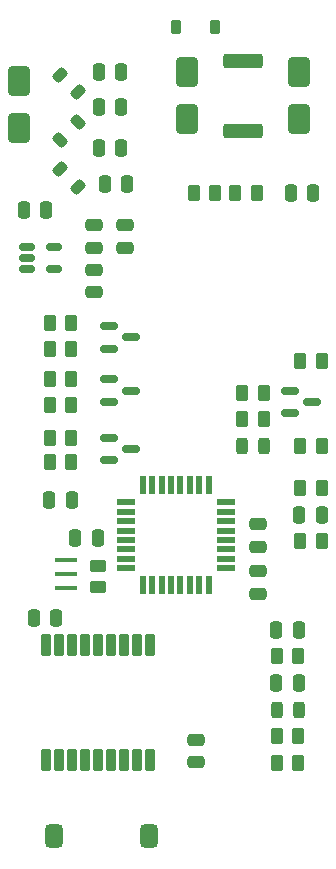
<source format=gbr>
%TF.GenerationSoftware,KiCad,Pcbnew,8.0.8*%
%TF.CreationDate,2025-01-26T19:35:19-06:00*%
%TF.ProjectId,ptSolar,7074536f-6c61-4722-9e6b-696361645f70,rev?*%
%TF.SameCoordinates,Original*%
%TF.FileFunction,Paste,Top*%
%TF.FilePolarity,Positive*%
%FSLAX46Y46*%
G04 Gerber Fmt 4.6, Leading zero omitted, Abs format (unit mm)*
G04 Created by KiCad (PCBNEW 8.0.8) date 2025-01-26 19:35:19*
%MOMM*%
%LPD*%
G01*
G04 APERTURE LIST*
G04 Aperture macros list*
%AMRoundRect*
0 Rectangle with rounded corners*
0 $1 Rounding radius*
0 $2 $3 $4 $5 $6 $7 $8 $9 X,Y pos of 4 corners*
0 Add a 4 corners polygon primitive as box body*
4,1,4,$2,$3,$4,$5,$6,$7,$8,$9,$2,$3,0*
0 Add four circle primitives for the rounded corners*
1,1,$1+$1,$2,$3*
1,1,$1+$1,$4,$5*
1,1,$1+$1,$6,$7*
1,1,$1+$1,$8,$9*
0 Add four rect primitives between the rounded corners*
20,1,$1+$1,$2,$3,$4,$5,0*
20,1,$1+$1,$4,$5,$6,$7,0*
20,1,$1+$1,$6,$7,$8,$9,0*
20,1,$1+$1,$8,$9,$2,$3,0*%
G04 Aperture macros list end*
%ADD10RoundRect,0.250000X-0.262500X-0.450000X0.262500X-0.450000X0.262500X0.450000X-0.262500X0.450000X0*%
%ADD11RoundRect,0.080000X0.320000X-0.820000X0.320000X0.820000X-0.320000X0.820000X-0.320000X-0.820000X0*%
%ADD12RoundRect,0.375000X0.375000X0.625000X-0.375000X0.625000X-0.375000X-0.625000X0.375000X-0.625000X0*%
%ADD13RoundRect,0.250000X0.262500X0.450000X-0.262500X0.450000X-0.262500X-0.450000X0.262500X-0.450000X0*%
%ADD14RoundRect,0.250000X0.475000X-0.250000X0.475000X0.250000X-0.475000X0.250000X-0.475000X-0.250000X0*%
%ADD15RoundRect,0.243750X-0.243750X-0.456250X0.243750X-0.456250X0.243750X0.456250X-0.243750X0.456250X0*%
%ADD16RoundRect,0.250000X-1.425000X0.362500X-1.425000X-0.362500X1.425000X-0.362500X1.425000X0.362500X0*%
%ADD17RoundRect,0.250000X0.250000X0.475000X-0.250000X0.475000X-0.250000X-0.475000X0.250000X-0.475000X0*%
%ADD18RoundRect,0.250000X-0.250000X-0.475000X0.250000X-0.475000X0.250000X0.475000X-0.250000X0.475000X0*%
%ADD19RoundRect,0.150000X-0.587500X-0.150000X0.587500X-0.150000X0.587500X0.150000X-0.587500X0.150000X0*%
%ADD20RoundRect,0.150000X-0.512500X-0.150000X0.512500X-0.150000X0.512500X0.150000X-0.512500X0.150000X0*%
%ADD21RoundRect,0.250000X-0.475000X0.250000X-0.475000X-0.250000X0.475000X-0.250000X0.475000X0.250000X0*%
%ADD22RoundRect,0.225000X0.225000X0.375000X-0.225000X0.375000X-0.225000X-0.375000X0.225000X-0.375000X0*%
%ADD23RoundRect,0.218750X0.114905X-0.424264X0.424264X-0.114905X-0.114905X0.424264X-0.424264X0.114905X0*%
%ADD24RoundRect,0.250000X-0.450000X0.262500X-0.450000X-0.262500X0.450000X-0.262500X0.450000X0.262500X0*%
%ADD25RoundRect,0.250000X0.650000X-1.000000X0.650000X1.000000X-0.650000X1.000000X-0.650000X-1.000000X0*%
%ADD26RoundRect,0.218750X0.424264X0.114905X0.114905X0.424264X-0.424264X-0.114905X-0.114905X-0.424264X0*%
%ADD27R,1.900000X0.400000*%
%ADD28R,1.600000X0.550000*%
%ADD29R,0.550000X1.600000*%
G04 APERTURE END LIST*
D10*
%TO.C,R13*%
X158087500Y-85000000D03*
X159912500Y-85000000D03*
%TD*%
%TO.C,R12*%
X154587500Y-85000000D03*
X156412500Y-85000000D03*
%TD*%
D11*
%TO.C,U1*%
X150850000Y-123300000D03*
X149750000Y-123300000D03*
X148650000Y-123300000D03*
X147550000Y-123300000D03*
X146450000Y-123300000D03*
X145350000Y-123300000D03*
X144250000Y-123300000D03*
X143150000Y-123300000D03*
X142050000Y-123300000D03*
X142050000Y-133000000D03*
X143150000Y-133000000D03*
X144250000Y-133000000D03*
X145350000Y-133000000D03*
X146450000Y-133000000D03*
X147550000Y-133000000D03*
X148650000Y-133000000D03*
X149750000Y-133000000D03*
X150850000Y-133000000D03*
%TD*%
D12*
%TO.C,ANT1*%
X142750000Y-139500000D03*
X150750000Y-139500000D03*
%TD*%
D10*
%TO.C,R14*%
X158675000Y-101956250D03*
X160500000Y-101956250D03*
%TD*%
D13*
%TO.C,R6*%
X163432500Y-133250000D03*
X161607500Y-133250000D03*
%TD*%
D10*
%TO.C,R15*%
X142385974Y-103001526D03*
X144210974Y-103001526D03*
%TD*%
D14*
%TO.C,C11*%
X146125000Y-93400000D03*
X146125000Y-91500000D03*
%TD*%
D15*
%TO.C,D2*%
X158670000Y-106456250D03*
X160545000Y-106456250D03*
%TD*%
D16*
%TO.C,R19*%
X158750000Y-79735000D03*
X158750000Y-73810000D03*
%TD*%
D10*
%TO.C,R7*%
X142385974Y-107753052D03*
X144210974Y-107753052D03*
%TD*%
D17*
%TO.C,C16*%
X148950000Y-84250000D03*
X147050000Y-84250000D03*
%TD*%
D18*
%TO.C,C13*%
X161570000Y-122000000D03*
X163470000Y-122000000D03*
%TD*%
D19*
%TO.C,Q3*%
X147375000Y-100801526D03*
X147375000Y-102701526D03*
X149250000Y-101751526D03*
%TD*%
D13*
%TO.C,R9*%
X144210974Y-105753052D03*
X142385974Y-105753052D03*
%TD*%
D20*
%TO.C,U5*%
X140487500Y-89550000D03*
X140487500Y-90500000D03*
X140487500Y-91450000D03*
X142762500Y-91450000D03*
X142762500Y-89550000D03*
%TD*%
D18*
%TO.C,C10*%
X163530000Y-112250000D03*
X165430000Y-112250000D03*
%TD*%
D21*
%TO.C,C8*%
X160000000Y-117050000D03*
X160000000Y-118950000D03*
%TD*%
D22*
%TO.C,D1*%
X156400000Y-71000000D03*
X153100000Y-71000000D03*
%TD*%
D14*
%TO.C,C4*%
X154750000Y-133200000D03*
X154750000Y-131300000D03*
%TD*%
D17*
%TO.C,C7*%
X146450000Y-114250000D03*
X144550000Y-114250000D03*
%TD*%
D10*
%TO.C,R1*%
X163587500Y-109970000D03*
X165412500Y-109970000D03*
%TD*%
D21*
%TO.C,C15*%
X146125000Y-87750000D03*
X146125000Y-89650000D03*
%TD*%
D23*
%TO.C,L2*%
X143248699Y-80501301D03*
X144751301Y-78998699D03*
%TD*%
D17*
%TO.C,C18*%
X148450000Y-77750000D03*
X146550000Y-77750000D03*
%TD*%
D24*
%TO.C,R5*%
X146500000Y-116587500D03*
X146500000Y-118412500D03*
%TD*%
D25*
%TO.C,D4*%
X139750000Y-79500000D03*
X139750000Y-75500000D03*
%TD*%
D17*
%TO.C,C19*%
X146550000Y-74750000D03*
X148450000Y-74750000D03*
%TD*%
D10*
%TO.C,R3*%
X158675000Y-104183750D03*
X160500000Y-104183750D03*
%TD*%
D13*
%TO.C,R2*%
X163587500Y-114500000D03*
X165412500Y-114500000D03*
%TD*%
%TO.C,R11*%
X165412500Y-99250000D03*
X163587500Y-99250000D03*
%TD*%
D21*
%TO.C,C6*%
X148750000Y-87750000D03*
X148750000Y-89650000D03*
%TD*%
D14*
%TO.C,C12*%
X160000000Y-114950000D03*
X160000000Y-113050000D03*
%TD*%
D19*
%TO.C,Q2*%
X162712500Y-101756250D03*
X162712500Y-103656250D03*
X164587500Y-102706250D03*
%TD*%
D18*
%TO.C,C5*%
X140175000Y-86450000D03*
X142075000Y-86450000D03*
%TD*%
%TO.C,C14*%
X161570000Y-126500000D03*
X163470000Y-126500000D03*
%TD*%
D13*
%TO.C,R16*%
X144210974Y-100751526D03*
X142385974Y-100751526D03*
%TD*%
D26*
%TO.C,L1*%
X144751301Y-84501301D03*
X143248699Y-82998699D03*
%TD*%
D27*
%TO.C,Y2*%
X143750000Y-118500000D03*
X143750000Y-117300000D03*
X143750000Y-116100000D03*
%TD*%
D26*
%TO.C,L3*%
X144751301Y-76501301D03*
X143248699Y-74998699D03*
%TD*%
D17*
%TO.C,C3*%
X164700000Y-85000000D03*
X162800000Y-85000000D03*
%TD*%
D10*
%TO.C,R4*%
X161607500Y-131000000D03*
X163432500Y-131000000D03*
%TD*%
D15*
%TO.C,D3*%
X161602500Y-128750000D03*
X163477500Y-128750000D03*
%TD*%
D13*
%TO.C,R8*%
X163432500Y-124250000D03*
X161607500Y-124250000D03*
%TD*%
D25*
%TO.C,D5*%
X163500000Y-74750000D03*
X163500000Y-78750000D03*
%TD*%
D10*
%TO.C,R17*%
X142385974Y-98250000D03*
X144210974Y-98250000D03*
%TD*%
D19*
%TO.C,Q4*%
X147375000Y-96300000D03*
X147375000Y-98200000D03*
X149250000Y-97250000D03*
%TD*%
D13*
%TO.C,R10*%
X165412500Y-106456250D03*
X163587500Y-106456250D03*
%TD*%
D18*
%TO.C,C2*%
X142328474Y-111000000D03*
X144228474Y-111000000D03*
%TD*%
D25*
%TO.C,D6*%
X154000000Y-74750000D03*
X154000000Y-78750000D03*
%TD*%
D19*
%TO.C,Q1*%
X147375000Y-105753052D03*
X147375000Y-107653052D03*
X149250000Y-106703052D03*
%TD*%
D17*
%TO.C,C17*%
X148450000Y-81250000D03*
X146550000Y-81250000D03*
%TD*%
D13*
%TO.C,R18*%
X144210974Y-96000000D03*
X142385974Y-96000000D03*
%TD*%
D17*
%TO.C,C9*%
X142950000Y-121000000D03*
X141050000Y-121000000D03*
%TD*%
D28*
%TO.C,U7*%
X148800000Y-111200000D03*
X148800000Y-112000000D03*
X148800000Y-112800000D03*
X148800000Y-113600000D03*
X148800000Y-114400000D03*
X148800000Y-115200000D03*
X148800000Y-116000000D03*
X148800000Y-116800000D03*
D29*
X150250000Y-118250000D03*
X151050000Y-118250000D03*
X151850000Y-118250000D03*
X152650000Y-118250000D03*
X153450000Y-118250000D03*
X154250000Y-118250000D03*
X155050000Y-118250000D03*
X155850000Y-118250000D03*
D28*
X157300000Y-116800000D03*
X157300000Y-116000000D03*
X157300000Y-115200000D03*
X157300000Y-114400000D03*
X157300000Y-113600000D03*
X157300000Y-112800000D03*
X157300000Y-112000000D03*
X157300000Y-111200000D03*
D29*
X155850000Y-109750000D03*
X155050000Y-109750000D03*
X154250000Y-109750000D03*
X153450000Y-109750000D03*
X152650000Y-109750000D03*
X151850000Y-109750000D03*
X151050000Y-109750000D03*
X150250000Y-109750000D03*
%TD*%
M02*

</source>
